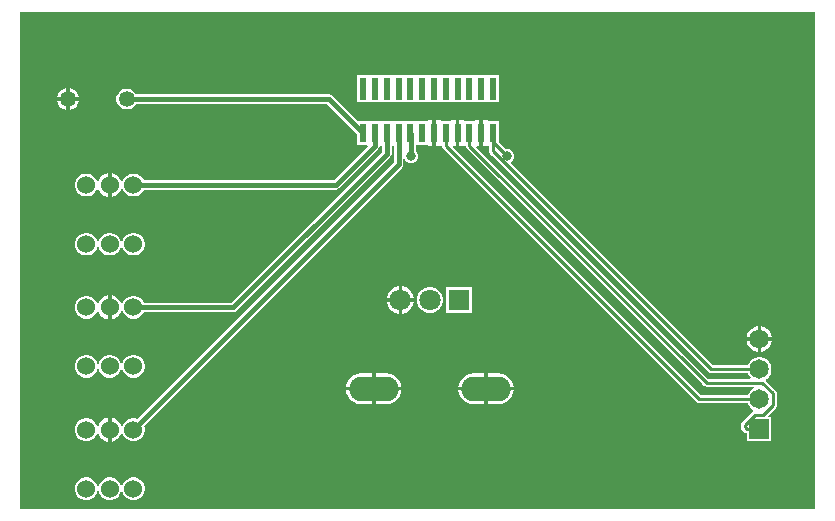
<source format=gbr>
G04*
G04 #@! TF.GenerationSoftware,Altium Limited,Altium Designer,22.4.2 (48)*
G04*
G04 Layer_Physical_Order=2*
G04 Layer_Color=16711680*
%FSLAX25Y25*%
%MOIN*%
G70*
G04*
G04 #@! TF.SameCoordinates,AD9AAAA9-8C15-4E76-B8C9-5665C563ED73*
G04*
G04*
G04 #@! TF.FilePolarity,Positive*
G04*
G01*
G75*
%ADD10C,0.01000*%
%ADD23C,0.01500*%
%ADD24C,0.06000*%
%ADD25C,0.07087*%
%ADD26R,0.07087X0.07087*%
%ADD27O,0.16535X0.08268*%
%ADD28R,0.06500X0.06500*%
%ADD29C,0.06500*%
%ADD30C,0.05315*%
%ADD31C,0.03150*%
%ADD32R,0.02362X0.06496*%
%ADD33R,0.02362X0.07284*%
G36*
X479493Y313007D02*
X214507D01*
Y478493D01*
X479493D01*
Y313007D01*
D02*
G37*
%LPC*%
G36*
X370280Y457429D02*
X369779Y457429D01*
X362906D01*
X362405Y457429D01*
X361906Y457429D01*
X358968D01*
X358469Y457429D01*
X357968Y457429D01*
X355031D01*
X354532Y457429D01*
X354031Y457429D01*
X351095D01*
X350594Y457429D01*
X350095Y457429D01*
X343220D01*
X342721Y457429D01*
X342220Y457429D01*
X339283D01*
X338784Y457429D01*
X338283Y457429D01*
X335347D01*
X334846Y457429D01*
X334347Y457429D01*
X331410D01*
X330909Y457429D01*
X330409Y457429D01*
X326972D01*
Y448571D01*
X330409D01*
X330909Y448571D01*
X331410Y448571D01*
X334347D01*
X334846Y448571D01*
X335347Y448571D01*
X338283D01*
X338784Y448571D01*
X339283Y448571D01*
X342220D01*
X342721Y448571D01*
X343220Y448571D01*
X350095D01*
X350594Y448571D01*
X351095Y448571D01*
X354031D01*
X354532Y448571D01*
X355031Y448571D01*
X357968D01*
X358469Y448571D01*
X358968Y448571D01*
X361906D01*
X362405Y448571D01*
X362906Y448571D01*
X369779D01*
X370280Y448571D01*
X370779Y448571D01*
X374217D01*
Y457429D01*
X370280Y457429D01*
D02*
G37*
G36*
X231070Y453126D02*
Y450100D01*
X234096D01*
X233879Y450912D01*
X233397Y451746D01*
X232716Y452427D01*
X231882Y452908D01*
X231070Y453126D01*
D02*
G37*
G36*
X229871D02*
X229059Y452908D01*
X228225Y452427D01*
X227544Y451746D01*
X227062Y450912D01*
X226845Y450100D01*
X229871D01*
Y453126D01*
D02*
G37*
G36*
X234096Y448900D02*
X231070D01*
Y445874D01*
X231882Y446092D01*
X232716Y446573D01*
X233397Y447254D01*
X233879Y448088D01*
X234096Y448900D01*
D02*
G37*
G36*
X229871D02*
X226845D01*
X227062Y448088D01*
X227544Y447254D01*
X228225Y446573D01*
X229059Y446092D01*
X229871Y445874D01*
Y448900D01*
D02*
G37*
G36*
X250609Y452945D02*
X249702D01*
X248826Y452710D01*
X248040Y452257D01*
X247399Y451615D01*
X246945Y450830D01*
X246711Y449954D01*
Y449047D01*
X246945Y448170D01*
X247399Y447385D01*
X248040Y446743D01*
X248826Y446290D01*
X249702Y446055D01*
X250609D01*
X251485Y446290D01*
X252271Y446743D01*
X252912Y447385D01*
X253228Y447932D01*
X317028D01*
X326972Y437988D01*
Y434201D01*
X330205D01*
X330396Y433739D01*
X319067Y422410D01*
X255842D01*
X255405Y423168D01*
X254699Y423873D01*
X253836Y424372D01*
X252873Y424630D01*
X251875D01*
X250912Y424372D01*
X250048Y423873D01*
X249343Y423168D01*
X248845Y422304D01*
X248806Y422159D01*
X248288D01*
X248227Y422387D01*
X247701Y423299D01*
X246956Y424043D01*
X246044Y424570D01*
X245100Y424823D01*
Y420843D01*
Y416862D01*
X246044Y417115D01*
X246956Y417642D01*
X247701Y418387D01*
X248227Y419299D01*
X248288Y419526D01*
X248806D01*
X248845Y419381D01*
X249343Y418517D01*
X250048Y417812D01*
X250912Y417313D01*
X251875Y417055D01*
X252873D01*
X253836Y417313D01*
X254699Y417812D01*
X255405Y418517D01*
X255842Y419275D01*
X319717D01*
X320316Y419394D01*
X320825Y419734D01*
X333986Y432896D01*
X334326Y433404D01*
X334400Y433773D01*
X334704Y434122D01*
X334704Y434122D01*
X334839Y434183D01*
X335247Y433931D01*
Y431964D01*
X284943Y381660D01*
X255842D01*
X255405Y382418D01*
X254699Y383123D01*
X253836Y383622D01*
X252873Y383880D01*
X251875D01*
X250912Y383622D01*
X250048Y383123D01*
X249343Y382418D01*
X248845Y381554D01*
X248806Y381410D01*
X248288D01*
X248227Y381637D01*
X247701Y382549D01*
X246956Y383293D01*
X246044Y383820D01*
X245100Y384073D01*
Y380093D01*
Y376112D01*
X246044Y376365D01*
X246956Y376892D01*
X247701Y377637D01*
X248227Y378549D01*
X248288Y378776D01*
X248806D01*
X248845Y378631D01*
X249343Y377767D01*
X250048Y377062D01*
X250912Y376563D01*
X251875Y376305D01*
X252873D01*
X253836Y376563D01*
X254699Y377062D01*
X255405Y377767D01*
X255842Y378525D01*
X285593D01*
X286192Y378644D01*
X286701Y378984D01*
X337923Y430207D01*
X338263Y430715D01*
X338383Y431315D01*
Y433962D01*
X338784Y434201D01*
X339184Y433962D01*
Y428370D01*
X253718Y342903D01*
X252873Y343130D01*
X251875D01*
X250912Y342872D01*
X250048Y342373D01*
X249343Y341668D01*
X248845Y340804D01*
X248806Y340659D01*
X248288D01*
X248227Y340886D01*
X247701Y341799D01*
X246956Y342543D01*
X246044Y343070D01*
X245100Y343323D01*
Y339342D01*
Y335362D01*
X246044Y335615D01*
X246956Y336142D01*
X247701Y336887D01*
X248227Y337799D01*
X248288Y338026D01*
X248806D01*
X248845Y337881D01*
X249343Y337017D01*
X250048Y336312D01*
X250912Y335813D01*
X251875Y335555D01*
X252873D01*
X253836Y335813D01*
X254699Y336312D01*
X255405Y337017D01*
X255903Y337881D01*
X256161Y338844D01*
Y339841D01*
X255935Y340687D01*
X341860Y426612D01*
X342200Y427121D01*
X342319Y427720D01*
Y429492D01*
X342819Y429592D01*
X342997Y429162D01*
X343662Y428497D01*
X344530Y428138D01*
X345470D01*
X346338Y428497D01*
X347003Y429162D01*
X347362Y430030D01*
Y430970D01*
X347003Y431838D01*
X346568Y432273D01*
Y433738D01*
X346657Y434201D01*
X347158Y434201D01*
X350382D01*
Y433988D01*
X351963D01*
Y438236D01*
Y442484D01*
X350382D01*
Y442272D01*
X347158D01*
X346657Y442272D01*
X346158Y442272D01*
X339283D01*
X338784Y442272D01*
X338283Y442272D01*
X335347D01*
X334846Y442272D01*
X334347Y442272D01*
X331409D01*
X330909Y442272D01*
Y442272D01*
X330909D01*
Y442272D01*
X327122D01*
X318786Y450608D01*
X318277Y450948D01*
X317677Y451067D01*
X253228D01*
X252912Y451615D01*
X252271Y452257D01*
X251485Y452710D01*
X250609Y452945D01*
D02*
G37*
G36*
X243900Y424823D02*
X242956Y424570D01*
X242044Y424043D01*
X241299Y423299D01*
X240773Y422387D01*
X240712Y422159D01*
X240194D01*
X240155Y422304D01*
X239657Y423168D01*
X238951Y423873D01*
X238088Y424372D01*
X237125Y424630D01*
X236127D01*
X235164Y424372D01*
X234300Y423873D01*
X233595Y423168D01*
X233097Y422304D01*
X232839Y421341D01*
Y420344D01*
X233097Y419381D01*
X233595Y418517D01*
X234300Y417812D01*
X235164Y417313D01*
X236127Y417055D01*
X237125D01*
X238088Y417313D01*
X238951Y417812D01*
X239657Y418517D01*
X240155Y419381D01*
X240194Y419526D01*
X240712D01*
X240773Y419299D01*
X241299Y418387D01*
X242044Y417642D01*
X242956Y417115D01*
X243900Y416862D01*
Y420843D01*
Y424823D01*
D02*
G37*
G36*
X252873Y404945D02*
X251875D01*
X250912Y404687D01*
X250048Y404188D01*
X249343Y403483D01*
X248845Y402619D01*
X248696Y402064D01*
X248178D01*
X248029Y402619D01*
X247531Y403483D01*
X246826Y404188D01*
X245962Y404687D01*
X244999Y404945D01*
X244001D01*
X243038Y404687D01*
X242175Y404188D01*
X241469Y403483D01*
X240971Y402619D01*
X240822Y402064D01*
X240304D01*
X240155Y402619D01*
X239657Y403483D01*
X238951Y404188D01*
X238088Y404687D01*
X237125Y404945D01*
X236127D01*
X235164Y404687D01*
X234300Y404188D01*
X233595Y403483D01*
X233097Y402619D01*
X232839Y401656D01*
Y400659D01*
X233097Y399696D01*
X233595Y398832D01*
X234300Y398127D01*
X235164Y397628D01*
X236127Y397370D01*
X237125D01*
X238088Y397628D01*
X238951Y398127D01*
X239657Y398832D01*
X240155Y399696D01*
X240304Y400251D01*
X240822D01*
X240971Y399696D01*
X241469Y398832D01*
X242175Y398127D01*
X243038Y397628D01*
X244001Y397370D01*
X244999D01*
X245962Y397628D01*
X246826Y398127D01*
X247531Y398832D01*
X248029Y399696D01*
X248178Y400251D01*
X248696D01*
X248845Y399696D01*
X249343Y398832D01*
X250048Y398127D01*
X250912Y397628D01*
X251875Y397370D01*
X252873D01*
X253836Y397628D01*
X254699Y398127D01*
X255405Y398832D01*
X255903Y399696D01*
X256161Y400659D01*
Y401656D01*
X255903Y402619D01*
X255405Y403483D01*
X254699Y404188D01*
X253836Y404687D01*
X252873Y404945D01*
D02*
G37*
G36*
X341915Y387043D02*
Y383100D01*
X345858D01*
X345549Y384254D01*
X344951Y385290D01*
X344105Y386136D01*
X343069Y386734D01*
X341915Y387043D01*
D02*
G37*
G36*
X340715D02*
X339561Y386734D01*
X338525Y386136D01*
X337679Y385290D01*
X337081Y384254D01*
X336772Y383100D01*
X340715D01*
Y387043D01*
D02*
G37*
G36*
X243900Y384073D02*
X242956Y383820D01*
X242044Y383293D01*
X241299Y382549D01*
X240773Y381637D01*
X240712Y381409D01*
X240194D01*
X240155Y381554D01*
X239657Y382418D01*
X238951Y383123D01*
X238088Y383622D01*
X237125Y383880D01*
X236127D01*
X235164Y383622D01*
X234300Y383123D01*
X233595Y382418D01*
X233097Y381554D01*
X232839Y380591D01*
Y379594D01*
X233097Y378631D01*
X233595Y377767D01*
X234300Y377062D01*
X235164Y376563D01*
X236127Y376305D01*
X237125D01*
X238088Y376563D01*
X238951Y377062D01*
X239657Y377767D01*
X240155Y378631D01*
X240194Y378776D01*
X240712D01*
X240773Y378549D01*
X241299Y377637D01*
X242044Y376892D01*
X242956Y376365D01*
X243900Y376112D01*
Y380093D01*
Y384073D01*
D02*
G37*
G36*
X365331Y386831D02*
X356669D01*
Y378169D01*
X365331D01*
Y386831D01*
D02*
G37*
G36*
X351728D02*
X350587D01*
X349486Y386536D01*
X348498Y385965D01*
X347692Y385159D01*
X347122Y384172D01*
X346827Y383070D01*
Y381930D01*
X347122Y380828D01*
X347692Y379841D01*
X348498Y379035D01*
X349486Y378464D01*
X350587Y378169D01*
X351728D01*
X352829Y378464D01*
X353817Y379035D01*
X354623Y379841D01*
X355193Y380828D01*
X355488Y381930D01*
Y383070D01*
X355193Y384172D01*
X354623Y385159D01*
X353817Y385965D01*
X352829Y386536D01*
X351728Y386831D01*
D02*
G37*
G36*
X345858Y381900D02*
X341915D01*
Y377957D01*
X343069Y378266D01*
X344105Y378865D01*
X344951Y379710D01*
X345549Y380746D01*
X345858Y381900D01*
D02*
G37*
G36*
X340715D02*
X336772D01*
X337081Y380746D01*
X337679Y379710D01*
X338525Y378865D01*
X339561Y378266D01*
X340715Y377957D01*
Y381900D01*
D02*
G37*
G36*
X461600Y373739D02*
Y370100D01*
X465239D01*
X464960Y371140D01*
X464401Y372110D01*
X463610Y372901D01*
X462640Y373460D01*
X461600Y373739D01*
D02*
G37*
G36*
X460400D02*
X459360Y373460D01*
X458390Y372901D01*
X457599Y372110D01*
X457040Y371140D01*
X456761Y370100D01*
X460400D01*
Y373739D01*
D02*
G37*
G36*
X465239Y368900D02*
X461600D01*
Y365261D01*
X462640Y365540D01*
X463610Y366099D01*
X464401Y366890D01*
X464960Y367860D01*
X465239Y368900D01*
D02*
G37*
G36*
X460400D02*
X456761D01*
X457040Y367860D01*
X457599Y366890D01*
X458390Y366099D01*
X459360Y365540D01*
X460400Y365261D01*
Y368900D01*
D02*
G37*
G36*
X252873Y364195D02*
X251875D01*
X250912Y363937D01*
X250048Y363438D01*
X249343Y362733D01*
X248845Y361869D01*
X248696Y361314D01*
X248178D01*
X248029Y361869D01*
X247531Y362733D01*
X246826Y363438D01*
X245962Y363937D01*
X244999Y364195D01*
X244001D01*
X243038Y363937D01*
X242175Y363438D01*
X241469Y362733D01*
X240971Y361869D01*
X240822Y361314D01*
X240304D01*
X240155Y361869D01*
X239657Y362733D01*
X238951Y363438D01*
X238088Y363937D01*
X237125Y364195D01*
X236127D01*
X235164Y363937D01*
X234300Y363438D01*
X233595Y362733D01*
X233097Y361869D01*
X232839Y360906D01*
Y359909D01*
X233097Y358946D01*
X233595Y358082D01*
X234300Y357377D01*
X235164Y356878D01*
X236127Y356620D01*
X237125D01*
X238088Y356878D01*
X238951Y357377D01*
X239657Y358082D01*
X240155Y358946D01*
X240304Y359501D01*
X240822D01*
X240971Y358946D01*
X241469Y358082D01*
X242175Y357377D01*
X243038Y356878D01*
X244001Y356620D01*
X244999D01*
X245962Y356878D01*
X246826Y357377D01*
X247531Y358082D01*
X248029Y358946D01*
X248178Y359501D01*
X248696D01*
X248845Y358946D01*
X249343Y358082D01*
X250048Y357377D01*
X250912Y356878D01*
X251875Y356620D01*
X252873D01*
X253836Y356878D01*
X254699Y357377D01*
X255405Y358082D01*
X255903Y358946D01*
X256161Y359909D01*
Y360906D01*
X255903Y361869D01*
X255405Y362733D01*
X254699Y363438D01*
X253836Y363937D01*
X252873Y364195D01*
D02*
G37*
G36*
X370492Y442484D02*
X368911D01*
Y438236D01*
Y433988D01*
X370492D01*
Y433988D01*
X370935Y433851D01*
Y432252D01*
X371035Y431750D01*
X371320Y431324D01*
X444072Y358572D01*
X444498Y358287D01*
X445000Y358187D01*
X457172D01*
X457238Y357942D01*
X457769Y357021D01*
X458053Y356737D01*
X457862Y356275D01*
X443959D01*
X366708Y433526D01*
X366899Y433988D01*
X367711D01*
Y438236D01*
Y442484D01*
X366130D01*
Y442272D01*
X362618D01*
Y442484D01*
X361037D01*
Y438236D01*
Y433988D01*
X362618D01*
X362618Y433988D01*
X363082Y433901D01*
X363161Y433502D01*
X363446Y433076D01*
X442487Y354034D01*
X442913Y353750D01*
X443415Y353650D01*
X459113D01*
X459247Y353150D01*
X458521Y352731D01*
X457769Y351979D01*
X457238Y351058D01*
X457172Y350813D01*
X441548D01*
X358834Y433526D01*
X359025Y433988D01*
X359837D01*
Y438236D01*
Y442484D01*
X358256D01*
Y442272D01*
X354744D01*
Y442484D01*
X353163D01*
Y438236D01*
Y433988D01*
X354744D01*
X354744Y433988D01*
X355208Y433901D01*
X355287Y433502D01*
X355572Y433076D01*
X440076Y348572D01*
X440502Y348287D01*
X441004Y348187D01*
X457172D01*
X457238Y347942D01*
X457769Y347021D01*
X458521Y346269D01*
X459012Y345986D01*
X459021Y345739D01*
X458965Y345436D01*
X458605Y345196D01*
X455252Y341842D01*
X454967Y341417D01*
X454867Y340914D01*
Y340086D01*
X454967Y339583D01*
X455252Y339158D01*
X455838Y338572D01*
X456263Y338287D01*
X456766Y338187D01*
X456963D01*
Y335463D01*
X465037D01*
Y343537D01*
X463964D01*
X463772Y343999D01*
X466466Y346692D01*
X466750Y347118D01*
X466850Y347621D01*
Y351379D01*
X466750Y351882D01*
X466466Y352308D01*
X463227Y355546D01*
X463309Y356171D01*
X463479Y356269D01*
X464231Y357021D01*
X464762Y357942D01*
X465037Y358968D01*
Y360032D01*
X464762Y361058D01*
X464231Y361979D01*
X463479Y362731D01*
X462558Y363262D01*
X461531Y363537D01*
X460468D01*
X459442Y363262D01*
X458521Y362731D01*
X457769Y361979D01*
X457238Y361058D01*
X457172Y360813D01*
X445544D01*
X378259Y428098D01*
X378338Y428497D01*
X379003Y429162D01*
X379362Y430030D01*
Y430970D01*
X379003Y431838D01*
X378338Y432503D01*
X377470Y432862D01*
X376530D01*
X376505Y432852D01*
X374217Y435140D01*
Y442272D01*
X370492D01*
Y442484D01*
D02*
G37*
G36*
X373992Y358151D02*
X370458D01*
Y353572D01*
X379091D01*
X378994Y354313D01*
X378477Y355561D01*
X377654Y356634D01*
X376581Y357457D01*
X375332Y357974D01*
X373992Y358151D01*
D02*
G37*
G36*
X336591D02*
X333057D01*
Y353572D01*
X341690D01*
X341592Y354313D01*
X341075Y355561D01*
X340252Y356634D01*
X339180Y357457D01*
X337931Y357974D01*
X336591Y358151D01*
D02*
G37*
G36*
X331857D02*
X328323D01*
X326983Y357974D01*
X325734Y357457D01*
X324661Y356634D01*
X323838Y355561D01*
X323321Y354313D01*
X323224Y353572D01*
X331857D01*
Y358151D01*
D02*
G37*
G36*
X369258D02*
X365724D01*
X364384Y357974D01*
X363135Y357457D01*
X362063Y356634D01*
X361240Y355561D01*
X360723Y354313D01*
X360625Y353572D01*
X369258D01*
Y358151D01*
D02*
G37*
G36*
X379091Y352372D02*
X370458D01*
Y347794D01*
X373992D01*
X375332Y347971D01*
X376581Y348488D01*
X377654Y349311D01*
X378477Y350383D01*
X378994Y351632D01*
X379091Y352372D01*
D02*
G37*
G36*
X369258D02*
X360625D01*
X360723Y351632D01*
X361240Y350383D01*
X362063Y349311D01*
X363135Y348488D01*
X364384Y347971D01*
X365724Y347794D01*
X369258D01*
Y352372D01*
D02*
G37*
G36*
X341690D02*
X333057D01*
Y347794D01*
X336591D01*
X337931Y347971D01*
X339180Y348488D01*
X340252Y349311D01*
X341075Y350383D01*
X341592Y351632D01*
X341690Y352372D01*
D02*
G37*
G36*
X331857D02*
X323224D01*
X323321Y351632D01*
X323838Y350383D01*
X324661Y349311D01*
X325734Y348488D01*
X326983Y347971D01*
X328323Y347794D01*
X331857D01*
Y352372D01*
D02*
G37*
G36*
X243900Y343323D02*
X242956Y343070D01*
X242044Y342543D01*
X241299Y341799D01*
X240773Y340886D01*
X240712Y340659D01*
X240194D01*
X240155Y340804D01*
X239657Y341668D01*
X238951Y342373D01*
X238088Y342872D01*
X237125Y343130D01*
X236127D01*
X235164Y342872D01*
X234300Y342373D01*
X233595Y341668D01*
X233097Y340804D01*
X232839Y339841D01*
Y338844D01*
X233097Y337881D01*
X233595Y337017D01*
X234300Y336312D01*
X235164Y335813D01*
X236127Y335555D01*
X237125D01*
X238088Y335813D01*
X238951Y336312D01*
X239657Y337017D01*
X240155Y337881D01*
X240194Y338026D01*
X240712D01*
X240773Y337799D01*
X241299Y336887D01*
X242044Y336142D01*
X242956Y335615D01*
X243900Y335362D01*
Y339342D01*
Y343323D01*
D02*
G37*
G36*
X252873Y323445D02*
X251875D01*
X250912Y323187D01*
X250048Y322688D01*
X249343Y321983D01*
X248845Y321119D01*
X248696Y320564D01*
X248178D01*
X248029Y321119D01*
X247531Y321983D01*
X246826Y322688D01*
X245962Y323187D01*
X244999Y323445D01*
X244001D01*
X243038Y323187D01*
X242175Y322688D01*
X241469Y321983D01*
X240971Y321119D01*
X240822Y320564D01*
X240304D01*
X240155Y321119D01*
X239657Y321983D01*
X238951Y322688D01*
X238088Y323187D01*
X237125Y323445D01*
X236127D01*
X235164Y323187D01*
X234300Y322688D01*
X233595Y321983D01*
X233097Y321119D01*
X232839Y320156D01*
Y319159D01*
X233097Y318196D01*
X233595Y317332D01*
X234300Y316627D01*
X235164Y316128D01*
X236127Y315870D01*
X237125D01*
X238088Y316128D01*
X238951Y316627D01*
X239657Y317332D01*
X240155Y318196D01*
X240304Y318751D01*
X240822D01*
X240971Y318196D01*
X241469Y317332D01*
X242175Y316627D01*
X243038Y316128D01*
X244001Y315870D01*
X244999D01*
X245962Y316128D01*
X246826Y316627D01*
X247531Y317332D01*
X248029Y318196D01*
X248178Y318751D01*
X248696D01*
X248845Y318196D01*
X249343Y317332D01*
X250048Y316627D01*
X250912Y316128D01*
X251875Y315870D01*
X252873D01*
X253836Y316128D01*
X254699Y316627D01*
X255405Y317332D01*
X255903Y318196D01*
X256161Y319159D01*
Y320156D01*
X255903Y321119D01*
X255405Y321983D01*
X254699Y322688D01*
X253836Y323187D01*
X252873Y323445D01*
D02*
G37*
%LPD*%
D10*
X372248Y435252D02*
X377000Y430500D01*
X372248Y432252D02*
Y435252D01*
Y438236D01*
X456180Y340914D02*
X459533Y344267D01*
X443415Y354963D02*
X461954D01*
X465537Y347621D02*
Y351379D01*
X461954Y354963D02*
X465537Y351379D01*
X459533Y344267D02*
X462184D01*
X465537Y347621D01*
X364374Y434004D02*
X443415Y354963D01*
X456180Y340086D02*
Y340914D01*
Y340086D02*
X456766Y339500D01*
X461000D01*
X364374Y434004D02*
Y438236D01*
X356500Y434004D02*
X441004Y349500D01*
X461000D01*
X356500Y434004D02*
Y438236D01*
X445000Y359500D02*
X461000D01*
X372248Y432252D02*
X445000Y359500D01*
D23*
X250155Y449500D02*
X317677D01*
X328941Y438236D01*
X336815Y431315D02*
Y438236D01*
X285593Y380093D02*
X336815Y431315D01*
X252374Y380093D02*
X285593D01*
X319717Y420843D02*
X332878Y434004D01*
X252374Y420843D02*
X319717D01*
X332878Y434004D02*
Y438236D01*
X252374Y339342D02*
X340752Y427720D01*
Y438236D01*
X344689D02*
X345000Y437925D01*
Y430500D02*
Y437925D01*
D24*
X236626Y420843D02*
D03*
X244500D02*
D03*
X252374D02*
D03*
X236626Y401158D02*
D03*
X244500D02*
D03*
X252374D02*
D03*
Y319657D02*
D03*
X244500D02*
D03*
X236626D02*
D03*
X252374Y339342D02*
D03*
X244500D02*
D03*
X236626D02*
D03*
X252374Y360407D02*
D03*
X244500D02*
D03*
X236626D02*
D03*
X252374Y380093D02*
D03*
X244500D02*
D03*
X236626D02*
D03*
D25*
X341315Y382500D02*
D03*
X351157D02*
D03*
D26*
X361000D02*
D03*
D27*
X332457Y352972D02*
D03*
X369858D02*
D03*
D28*
X461000Y339500D02*
D03*
D29*
Y349500D02*
D03*
Y359500D02*
D03*
Y369500D02*
D03*
D30*
X250155Y449500D02*
D03*
X230470D02*
D03*
D31*
X377000Y430500D02*
D03*
X345000D02*
D03*
D32*
X328941Y438236D02*
D03*
X332878D02*
D03*
X336815D02*
D03*
X340752D02*
D03*
X344689D02*
D03*
X348626D02*
D03*
X352563D02*
D03*
X356500D02*
D03*
X360437D02*
D03*
X364374D02*
D03*
X368311D02*
D03*
X372248D02*
D03*
D33*
X328941Y453000D02*
D03*
X332878D02*
D03*
X336815D02*
D03*
X340752D02*
D03*
X344689D02*
D03*
X348626D02*
D03*
X352563D02*
D03*
X356500D02*
D03*
X360437D02*
D03*
X364374D02*
D03*
X368311D02*
D03*
X372248D02*
D03*
M02*

</source>
